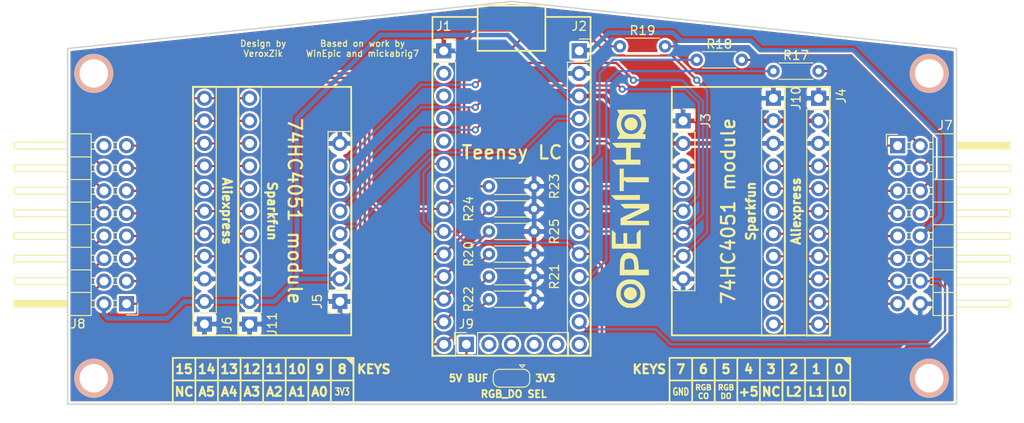
<source format=kicad_pcb>
(kicad_pcb (version 20171130) (host pcbnew "(5.0.0)")
  (layers (0 F.Cu signal) (31 B.Cu signal) (34 B.Paste user) (35 F.Paste user) (36 B.SilkS user) (37 F.SilkS user) (38 B.Mask user) (39 F.Mask user) (44 Edge.Cuts user))
  (net 0 "")
  (net 1 /AIR_5)
  (net 2 /AIR_4)
  (net 3 /AIR_3)
  (net 4 /AIR_2)
  (net 5 /AIR_1)
  (net 6 /AIR_0)
  (net 7 /LED_2)
  (net 8 /LED_1)
  (net 9 GND)
  (net 10 /LED_0)
  (net 11 +5V)
  (net 12 /MUX_0)
  (net 13 /MUX_1)
  (net 14 /MUX_2)
  (net 15 /KEY_7)
  (net 16 /KEY_6)
  (net 17 /KEY_5)
  (net 18 /KEY_4)
  (net 19 /KEY_3)
  (net 20 /KEY_2)
  (net 21 /KEY_1)
  (net 22 /KEY_0)
  (net 23 /KEY_8)
  (net 24 /KEY_9)
  (net 25 /KEY_10)
  (net 26 /KEY_11)
  (net 27 /KEY_12)
  (net 28 /KEY_13)
  (net 29 /KEY_14)
  (net 30 /KEY_15)
  (net 31 /RGB_DO)
  (net 32 /RGB_CO)
  (net 33 /LED_2_OUT)
  (net 34 /LED_1_OUT)
  (net 35 /LED_0_OUT)
  (net 36 +3V3)
  (net 37 /TOUCH_1)
  (net 38 /TOUCH_0)
  (net 39 "Net-(J1-Pad2)")
  (net 40 "Net-(J1-Pad3)")
  (net 41 "Net-(J1-Pad4)")
  (net 42 "Net-(J1-Pad5)")
  (net 43 "Net-(J2-Pad14)")
  (net 44 "Net-(J2-Pad12)")
  (net 45 "Net-(J7-Pad8)")
  (net 46 /RGB_DO_BUF)
  (net 47 /RGB_DO_OUT)
  (net 48 "Net-(J9-Pad2)")
  (net 49 "Net-(J9-Pad3)")
  (net 50 "Net-(J9-Pad4)")
  (net 51 "Net-(J9-Pad5)")
  (net 52 "Net-(J8-Pad16)")
  (module LOGO (layer F.Cu) (at 168.275 66.04 90)
    (fp_text reference G*** hide)
    (fp_text value LOGO hide)
  )
  (module Mounting_Holes:MountingHole_3.2mm_M3 (layer F.Cu) (at 201.93 85.09)
    (fp_text reference MH2 hide)
    (fp_text value MountingHole)
    (pad 1 np_thru_hole circle (at 0 0) (size 3.2 3.2) (drill 3.2) (layers *.Cu *.Mask))
  )
  (module Mounting_Holes:MountingHole_3.2mm_M3 (layer F.Cu) (at 201.93 50.8)
    (fp_text reference MH3 hide)
    (fp_text value MountingHole)
    (pad 1 np_thru_hole circle (at 0 0) (size 3.2 3.2) (drill 3.2) (layers *.Cu *.Mask))
  )
  (module Mounting_Holes:MountingHole_3.2mm_M3 (layer F.Cu) (at 107.95 85.09)
    (fp_text reference MH4 hide)
    (fp_text value MountingHole)
    (pad 1 np_thru_hole circle (at 0 0) (size 3.2 3.2) (drill 3.2) (layers *.Cu *.Mask))
  )
  (module Mounting_Holes:MountingHole_3.2mm_M3 (layer F.Cu) (at 107.95 50.8)
    (fp_text reference MH1 hide)
    (fp_text value MountingHole)
    (pad 1 np_thru_hole circle (at 0 0) (size 3.2 3.2) (drill 3.2) (layers *.Cu *.Mask))
  )
  (module Connector_PinSocket_2.54mm:PinSocket_1x11_P2.54mm_Vertical (layer F.Cu) (at 125.476 78.994 180)
    (fp_text reference J11 (at -2.54 0 -90) (layer F.SilkS))
    (fp_text value Conn_01x11)
    (pad 1 thru_hole rect (at 0 0 180) (size 1.7 1.7) (drill 1) (layers *.Cu *.Mask) (net 9 GND))
    (pad 2 thru_hole oval (at 0 2.54 180) (size 1.7 1.7) (drill 1) (layers *.Cu *.Mask) (net 36 +3V3))
    (pad 3 thru_hole oval (at 0 5.08 180) (size 1.7 1.7) (drill 1) (layers *.Cu *.Mask) (net 9 GND))
    (pad 4 thru_hole oval (at 0 7.62 180) (size 1.7 1.7) (drill 1) (layers *.Cu *.Mask) (net 23 /KEY_8))
    (pad 5 thru_hole oval (at 0 10.16 180) (size 1.7 1.7) (drill 1) (layers *.Cu *.Mask) (net 24 /KEY_9))
    (pad 6 thru_hole oval (at 0 12.7 180) (size 1.7 1.7) (drill 1) (layers *.Cu *.Mask) (net 25 /KEY_10))
    (pad 7 thru_hole oval (at 0 15.24 180) (size 1.7 1.7) (drill 1) (layers *.Cu *.Mask) (net 26 /KEY_11))
    (pad 8 thru_hole oval (at 0 17.78 180) (size 1.7 1.7) (drill 1) (layers *.Cu *.Mask) (net 27 /KEY_12))
    (pad 9 thru_hole oval (at 0 20.32 180) (size 1.7 1.7) (drill 1) (layers *.Cu *.Mask) (net 28 /KEY_13))
    (pad 10 thru_hole oval (at 0 22.86 180) (size 1.7 1.7) (drill 1) (layers *.Cu *.Mask) (net 29 /KEY_14))
    (pad 11 thru_hole oval (at 0 25.4 180) (size 1.7 1.7) (drill 1) (layers *.Cu *.Mask) (net 30 /KEY_15))
  )
  (module Connector_PinSocket_2.54mm:PinSocket_1x11_P2.54mm_Vertical (layer F.Cu) (at 184.404 53.594)
    (fp_text reference J10 (at 2.54 0 -90) (layer F.SilkS))
    (fp_text value Conn_01x11)
    (pad 11 thru_hole oval (at 0 25.4) (size 1.7 1.7) (drill 1) (layers *.Cu *.Mask) (net 15 /KEY_7))
    (pad 10 thru_hole oval (at 0 22.86) (size 1.7 1.7) (drill 1) (layers *.Cu *.Mask) (net 16 /KEY_6))
    (pad 9 thru_hole oval (at 0 20.32) (size 1.7 1.7) (drill 1) (layers *.Cu *.Mask) (net 17 /KEY_5))
    (pad 8 thru_hole oval (at 0 17.78) (size 1.7 1.7) (drill 1) (layers *.Cu *.Mask) (net 18 /KEY_4))
    (pad 7 thru_hole oval (at 0 15.24) (size 1.7 1.7) (drill 1) (layers *.Cu *.Mask) (net 19 /KEY_3))
    (pad 6 thru_hole oval (at 0 12.7) (size 1.7 1.7) (drill 1) (layers *.Cu *.Mask) (net 20 /KEY_2))
    (pad 5 thru_hole oval (at 0 10.16) (size 1.7 1.7) (drill 1) (layers *.Cu *.Mask) (net 21 /KEY_1))
    (pad 4 thru_hole oval (at 0 7.62) (size 1.7 1.7) (drill 1) (layers *.Cu *.Mask) (net 22 /KEY_0))
    (pad 3 thru_hole oval (at 0 5.08) (size 1.7 1.7) (drill 1) (layers *.Cu *.Mask) (net 9 GND))
    (pad 2 thru_hole oval (at 0 2.54) (size 1.7 1.7) (drill 1) (layers *.Cu *.Mask) (net 36 +3V3))
    (pad 1 thru_hole rect (at 0 0) (size 1.7 1.7) (drill 1) (layers *.Cu *.Mask) (net 9 GND))
  )
  (module Connector_PinSocket_2.54mm:PinSocket_1x11_P2.54mm_Vertical (layer F.Cu) (at 120.396 78.994 180)
    (fp_text reference J6 (at -2.54 0 -90) (layer F.SilkS))
    (fp_text value Conn_01x11)
    (pad 1 thru_hole rect (at 0 0 180) (size 1.7 1.7) (drill 1) (layers *.Cu *.Mask) (net 9 GND))
    (pad 2 thru_hole oval (at 0 2.54 180) (size 1.7 1.7) (drill 1) (layers *.Cu *.Mask) (net 36 +3V3))
    (pad 3 thru_hole oval (at 0 5.08 180) (size 1.7 1.7) (drill 1) (layers *.Cu *.Mask) (net 9 GND))
    (pad 4 thru_hole oval (at 0 7.62 180) (size 1.7 1.7) (drill 1) (layers *.Cu *.Mask) (net 23 /KEY_8))
    (pad 5 thru_hole oval (at 0 10.16 180) (size 1.7 1.7) (drill 1) (layers *.Cu *.Mask) (net 24 /KEY_9))
    (pad 6 thru_hole oval (at 0 12.7 180) (size 1.7 1.7) (drill 1) (layers *.Cu *.Mask) (net 25 /KEY_10))
    (pad 7 thru_hole oval (at 0 15.24 180) (size 1.7 1.7) (drill 1) (layers *.Cu *.Mask) (net 26 /KEY_11))
    (pad 8 thru_hole oval (at 0 17.78 180) (size 1.7 1.7) (drill 1) (layers *.Cu *.Mask) (net 27 /KEY_12))
    (pad 9 thru_hole oval (at 0 20.32 180) (size 1.7 1.7) (drill 1) (layers *.Cu *.Mask) (net 28 /KEY_13))
    (pad 10 thru_hole oval (at 0 22.86 180) (size 1.7 1.7) (drill 1) (layers *.Cu *.Mask) (net 29 /KEY_14))
    (pad 11 thru_hole oval (at 0 25.4 180) (size 1.7 1.7) (drill 1) (layers *.Cu *.Mask) (net 30 /KEY_15))
  )
  (module Connector_PinSocket_2.54mm:PinSocket_1x08_P2.54mm_Vertical (layer F.Cu) (at 135.636 76.454 180)
    (fp_text reference J5 (at 2.54 0 -90) (layer F.SilkS))
    (fp_text value Conn_01x08)
    (pad 1 thru_hole rect (at 0 0 180) (size 1.7 1.7) (drill 1) (layers *.Cu *.Mask) (net 9 GND))
    (pad 2 thru_hole oval (at 0 2.54 180) (size 1.7 1.7) (drill 1) (layers *.Cu *.Mask) (net 36 +3V3))
    (pad 3 thru_hole oval (at 0 5.08 180) (size 1.7 1.7) (drill 1) (layers *.Cu *.Mask) (net 9 GND))
    (pad 4 thru_hole oval (at 0 7.62 180) (size 1.7 1.7) (drill 1) (layers *.Cu *.Mask) (net 37 /TOUCH_1))
    (pad 5 thru_hole oval (at 0 10.16 180) (size 1.7 1.7) (drill 1) (layers *.Cu *.Mask) (net 12 /MUX_0))
    (pad 6 thru_hole oval (at 0 12.7 180) (size 1.7 1.7) (drill 1) (layers *.Cu *.Mask) (net 13 /MUX_1))
    (pad 7 thru_hole oval (at 0 15.24 180) (size 1.7 1.7) (drill 1) (layers *.Cu *.Mask) (net 14 /MUX_2))
    (pad 8 thru_hole oval (at 0 17.78 180) (size 1.7 1.7) (drill 1) (layers *.Cu *.Mask) (net 9 GND))
  )
  (module Connector_PinSocket_2.54mm:PinSocket_1x05_P2.54mm_Vertical (layer F.Cu) (at 149.86 81.28 90)
    (fp_text reference J9 (at 2.286 0 180) (layer F.SilkS))
    (fp_text value Conn_01x05)
    (pad 1 thru_hole rect (at 0 0 90) (size 1.7 1.7) (drill 1) (layers *.Cu *.Mask) (net 46 /RGB_DO_BUF))
    (pad 2 thru_hole oval (at 0 2.54 90) (size 1.7 1.7) (drill 1) (layers *.Cu *.Mask) (net 48 "Net-(J9-Pad2)"))
    (pad 3 thru_hole oval (at 0 5.08 90) (size 1.7 1.7) (drill 1) (layers *.Cu *.Mask) (net 49 "Net-(J9-Pad3)"))
    (pad 4 thru_hole oval (at 0 7.62 90) (size 1.7 1.7) (drill 1) (layers *.Cu *.Mask) (net 50 "Net-(J9-Pad4)"))
    (pad 5 thru_hole oval (at 0 10.16 90) (size 1.7 1.7) (drill 1) (layers *.Cu *.Mask) (net 51 "Net-(J9-Pad5)"))
  )
  (module Jumper:SolderJumper-3_P1.3mm_Open_RoundedPad1.0x1.5mm (layer F.Cu) (at 154.94 85.09 180)
    (fp_text reference JP1 hide)
    (fp_text value SolderJumper_3_Open)
    (pad 1 smd custom (at -1.3 0 180) (size 1 0.5) (layers F.Cu F.Mask) (net 31 /RGB_DO) (options (clearance outline) (anchor rect)) (primitives (gr_circle (center 0 0.25) (end 0.5 0.25) (width 0)) (gr_circle (center 0 -0.25) (end 0.5 -0.25) (width 0)) (gr_poly (pts (xy 0.55 -0.75) (xy 0 -0.75) (xy 0 0.75) (xy 0.55 0.75)) (width 0))))
    (pad 3 smd custom (at 1.3 0 180) (size 1 0.5) (layers F.Cu F.Mask) (net 46 /RGB_DO_BUF) (options (clearance outline) (anchor rect)) (primitives (gr_circle (center 0 0.25) (end 0.5 0.25) (width 0)) (gr_circle (center 0 -0.25) (end 0.5 -0.25) (width 0)) (gr_poly (pts (xy -0.55 -0.75) (xy 0 -0.75) (xy 0 0.75) (xy -0.55 0.75)) (width 0))))
    (pad 2 smd rect (at 0 0 180) (size 1 1.5) (layers F.Cu F.Mask) (net 47 /RGB_DO_OUT))
  )
  (module Connector_PinHeader_2.54mm:PinHeader_2x08_P2.54mm_Horizontal (layer F.Cu) (at 198.374 58.928)
    (fp_text reference J7 (at 5.334 -2.286) (layer F.SilkS))
    (fp_text value Conn_02x08_Odd_Even)
    (pad 16 thru_hole oval (at 2.54 17.78) (size 1.7 1.7) (drill 1) (layers *.Cu *.Mask) (net 9 GND))
    (pad 15 thru_hole oval (at 0 17.78) (size 1.7 1.7) (drill 1) (layers *.Cu *.Mask) (net 15 /KEY_7))
    (pad 14 thru_hole oval (at 2.54 15.24) (size 1.7 1.7) (drill 1) (layers *.Cu *.Mask) (net 32 /RGB_CO))
    (pad 13 thru_hole oval (at 0 15.24) (size 1.7 1.7) (drill 1) (layers *.Cu *.Mask) (net 16 /KEY_6))
    (pad 12 thru_hole oval (at 2.54 12.7) (size 1.7 1.7) (drill 1) (layers *.Cu *.Mask) (net 47 /RGB_DO_OUT))
    (pad 11 thru_hole oval (at 0 12.7) (size 1.7 1.7) (drill 1) (layers *.Cu *.Mask) (net 17 /KEY_5))
    (pad 10 thru_hole oval (at 2.54 10.16) (size 1.7 1.7) (drill 1) (layers *.Cu *.Mask) (net 11 +5V))
    (pad 9 thru_hole oval (at 0 10.16) (size 1.7 1.7) (drill 1) (layers *.Cu *.Mask) (net 18 /KEY_4))
    (pad 8 thru_hole oval (at 2.54 7.62) (size 1.7 1.7) (drill 1) (layers *.Cu *.Mask) (net 45 "Net-(J7-Pad8)"))
    (pad 7 thru_hole oval (at 0 7.62) (size 1.7 1.7) (drill 1) (layers *.Cu *.Mask) (net 19 /KEY_3))
    (pad 6 thru_hole oval (at 2.54 5.08) (size 1.7 1.7) (drill 1) (layers *.Cu *.Mask) (net 33 /LED_2_OUT))
    (pad 5 thru_hole oval (at 0 5.08) (size 1.7 1.7) (drill 1) (layers *.Cu *.Mask) (net 20 /KEY_2))
    (pad 4 thru_hole oval (at 2.54 2.54) (size 1.7 1.7) (drill 1) (layers *.Cu *.Mask) (net 34 /LED_1_OUT))
    (pad 3 thru_hole oval (at 0 2.54) (size 1.7 1.7) (drill 1) (layers *.Cu *.Mask) (net 21 /KEY_1))
    (pad 2 thru_hole oval (at 2.54 0) (size 1.7 1.7) (drill 1) (layers *.Cu *.Mask) (net 35 /LED_0_OUT))
    (pad 1 thru_hole rect (at 0 0) (size 1.7 1.7) (drill 1) (layers *.Cu *.Mask) (net 22 /KEY_0))
  )
  (module Connector_PinHeader_2.54mm:PinHeader_2x08_P2.54mm_Horizontal (layer F.Cu) (at 111.633 76.708 180)
    (fp_text reference J8 (at 5.461 -2.27 180) (layer F.SilkS))
    (fp_text value Conn_02x08_Odd_Even)
    (pad 1 thru_hole rect (at 0 0 180) (size 1.7 1.7) (drill 1) (layers *.Cu *.Mask) (net 23 /KEY_8))
    (pad 2 thru_hole oval (at 2.54 0 180) (size 1.7 1.7) (drill 1) (layers *.Cu *.Mask) (net 36 +3V3))
    (pad 3 thru_hole oval (at 0 2.54 180) (size 1.7 1.7) (drill 1) (layers *.Cu *.Mask) (net 24 /KEY_9))
    (pad 4 thru_hole oval (at 2.54 2.54 180) (size 1.7 1.7) (drill 1) (layers *.Cu *.Mask) (net 6 /AIR_0))
    (pad 5 thru_hole oval (at 0 5.08 180) (size 1.7 1.7) (drill 1) (layers *.Cu *.Mask) (net 25 /KEY_10))
    (pad 6 thru_hole oval (at 2.54 5.08 180) (size 1.7 1.7) (drill 1) (layers *.Cu *.Mask) (net 5 /AIR_1))
    (pad 7 thru_hole oval (at 0 7.62 180) (size 1.7 1.7) (drill 1) (layers *.Cu *.Mask) (net 26 /KEY_11))
    (pad 8 thru_hole oval (at 2.54 7.62 180) (size 1.7 1.7) (drill 1) (layers *.Cu *.Mask) (net 4 /AIR_2))
    (pad 9 thru_hole oval (at 0 10.16 180) (size 1.7 1.7) (drill 1) (layers *.Cu *.Mask) (net 27 /KEY_12))
    (pad 10 thru_hole oval (at 2.54 10.16 180) (size 1.7 1.7) (drill 1) (layers *.Cu *.Mask) (net 3 /AIR_3))
    (pad 11 thru_hole oval (at 0 12.7 180) (size 1.7 1.7) (drill 1) (layers *.Cu *.Mask) (net 28 /KEY_13))
    (pad 12 thru_hole oval (at 2.54 12.7 180) (size 1.7 1.7) (drill 1) (layers *.Cu *.Mask) (net 2 /AIR_4))
    (pad 13 thru_hole oval (at 0 15.24 180) (size 1.7 1.7) (drill 1) (layers *.Cu *.Mask) (net 29 /KEY_14))
    (pad 14 thru_hole oval (at 2.54 15.24 180) (size 1.7 1.7) (drill 1) (layers *.Cu *.Mask) (net 1 /AIR_5))
    (pad 15 thru_hole oval (at 0 17.78 180) (size 1.7 1.7) (drill 1) (layers *.Cu *.Mask) (net 30 /KEY_15))
    (pad 16 thru_hole oval (at 2.54 17.78 180) (size 1.7 1.7) (drill 1) (layers *.Cu *.Mask) (net 52 "Net-(J8-Pad16)"))
  )
  (module Connector_PinSocket_2.54mm:PinSocket_1x14_P2.54mm_Vertical (layer F.Cu) (at 162.56 48.26)
    (fp_text reference J2 (at 0 -2.77) (layer F.SilkS))
    (fp_text value Conn_01x14)
    (pad 14 thru_hole oval (at 0 33.02) (size 1.7 1.7) (drill 1) (layers *.Cu *.Mask) (net 43 "Net-(J2-Pad14)"))
    (pad 13 thru_hole oval (at 0 30.48) (size 1.7 1.7) (drill 1) (layers *.Cu *.Mask) (net 32 /RGB_CO))
    (pad 12 thru_hole oval (at 0 27.94) (size 1.7 1.7) (drill 1) (layers *.Cu *.Mask) (net 44 "Net-(J2-Pad12)"))
    (pad 11 thru_hole oval (at 0 25.4) (size 1.7 1.7) (drill 1) (layers *.Cu *.Mask) (net 10 /LED_0))
    (pad 10 thru_hole oval (at 0 22.86) (size 1.7 1.7) (drill 1) (layers *.Cu *.Mask) (net 31 /RGB_DO))
    (pad 9 thru_hole oval (at 0 20.32) (size 1.7 1.7) (drill 1) (layers *.Cu *.Mask) (net 14 /MUX_2))
    (pad 8 thru_hole oval (at 0 17.78) (size 1.7 1.7) (drill 1) (layers *.Cu *.Mask) (net 13 /MUX_1))
    (pad 7 thru_hole oval (at 0 15.24) (size 1.7 1.7) (drill 1) (layers *.Cu *.Mask) (net 12 /MUX_0))
    (pad 6 thru_hole oval (at 0 12.7) (size 1.7 1.7) (drill 1) (layers *.Cu *.Mask) (net 8 /LED_1))
    (pad 5 thru_hole oval (at 0 10.16) (size 1.7 1.7) (drill 1) (layers *.Cu *.Mask) (net 38 /TOUCH_0))
    (pad 4 thru_hole oval (at 0 7.62) (size 1.7 1.7) (drill 1) (layers *.Cu *.Mask) (net 37 /TOUCH_1))
    (pad 3 thru_hole oval (at 0 5.08) (size 1.7 1.7) (drill 1) (layers *.Cu *.Mask) (net 36 +3V3))
    (pad 2 thru_hole oval (at 0 2.54) (size 1.7 1.7) (drill 1) (layers *.Cu *.Mask) (net 9 GND))
    (pad 1 thru_hole rect (at 0 0) (size 1.7 1.7) (drill 1) (layers *.Cu *.Mask) (net 11 +5V))
  )
  (module Connector_PinSocket_2.54mm:PinSocket_1x14_P2.54mm_Vertical (layer F.Cu) (at 147.32 48.26)
    (fp_text reference J1 (at 0 -2.77) (layer F.SilkS))
    (fp_text value Conn_01x14)
    (pad 1 thru_hole rect (at 0 0) (size 1.7 1.7) (drill 1) (layers *.Cu *.Mask) (net 9 GND))
    (pad 2 thru_hole oval (at 0 2.54) (size 1.7 1.7) (drill 1) (layers *.Cu *.Mask) (net 39 "Net-(J1-Pad2)"))
    (pad 3 thru_hole oval (at 0 5.08) (size 1.7 1.7) (drill 1) (layers *.Cu *.Mask) (net 40 "Net-(J1-Pad3)"))
    (pad 4 thru_hole oval (at 0 7.62) (size 1.7 1.7) (drill 1) (layers *.Cu *.Mask) (net 41 "Net-(J1-Pad4)"))
    (pad 5 thru_hole oval (at 0 10.16) (size 1.7 1.7) (drill 1) (layers *.Cu *.Mask) (net 42 "Net-(J1-Pad5)"))
    (pad 6 thru_hole oval (at 0 12.7) (size 1.7 1.7) (drill 1) (layers *.Cu *.Mask) (net 31 /RGB_DO))
    (pad 7 thru_hole oval (at 0 15.24) (size 1.7 1.7) (drill 1) (layers *.Cu *.Mask) (net 7 /LED_2))
    (pad 8 thru_hole oval (at 0 17.78) (size 1.7 1.7) (drill 1) (layers *.Cu *.Mask) (net 3 /AIR_3))
    (pad 9 thru_hole oval (at 0 20.32) (size 1.7 1.7) (drill 1) (layers *.Cu *.Mask) (net 31 /RGB_DO))
    (pad 10 thru_hole oval (at 0 22.86) (size 1.7 1.7) (drill 1) (layers *.Cu *.Mask) (net 2 /AIR_4))
    (pad 11 thru_hole oval (at 0 25.4) (size 1.7 1.7) (drill 1) (layers *.Cu *.Mask) (net 1 /AIR_5))
    (pad 12 thru_hole oval (at 0 27.94) (size 1.7 1.7) (drill 1) (layers *.Cu *.Mask) (net 6 /AIR_0))
    (pad 13 thru_hole oval (at 0 30.48) (size 1.7 1.7) (drill 1) (layers *.Cu *.Mask) (net 5 /AIR_1))
    (pad 14 thru_hole oval (at 0 33.02) (size 1.7 1.7) (drill 1) (layers *.Cu *.Mask) (net 4 /AIR_2))
  )
  (module Connector_PinSocket_2.54mm:PinSocket_1x08_P2.54mm_Vertical (layer F.Cu) (at 174.244 56.134)
    (fp_text reference J3 (at 2.54 0 -270) (layer F.SilkS))
    (fp_text value Conn_01x08)
    (pad 8 thru_hole oval (at 0 17.78) (size 1.7 1.7) (drill 1) (layers *.Cu *.Mask) (net 9 GND))
    (pad 7 thru_hole oval (at 0 15.24) (size 1.7 1.7) (drill 1) (layers *.Cu *.Mask) (net 14 /MUX_2))
    (pad 6 thru_hole oval (at 0 12.7) (size 1.7 1.7) (drill 1) (layers *.Cu *.Mask) (net 13 /MUX_1))
    (pad 5 thru_hole oval (at 0 10.16) (size 1.7 1.7) (drill 1) (layers *.Cu *.Mask) (net 12 /MUX_0))
    (pad 4 thru_hole oval (at 0 7.62) (size 1.7 1.7) (drill 1) (layers *.Cu *.Mask) (net 38 /TOUCH_0))
    (pad 3 thru_hole oval (at 0 5.08) (size 1.7 1.7) (drill 1) (layers *.Cu *.Mask) (net 9 GND))
    (pad 2 thru_hole oval (at 0 2.54) (size 1.7 1.7) (drill 1) (layers *.Cu *.Mask) (net 36 +3V3))
    (pad 1 thru_hole rect (at 0 0) (size 1.7 1.7) (drill 1) (layers *.Cu *.Mask) (net 9 GND))
  )
  (module Connector_PinSocket_2.54mm:PinSocket_1x11_P2.54mm_Vertical (layer F.Cu) (at 189.484 53.594)
    (fp_text reference J4 (at 2.54 -0.254 -270) (layer F.SilkS))
    (fp_text value Conn_01x11)
    (pad 11 thru_hole oval (at 0 25.4) (size 1.7 1.7) (drill 1) (layers *.Cu *.Mask) (net 15 /KEY_7))
    (pad 10 thru_hole oval (at 0 22.86) (size 1.7 1.7) (drill 1) (layers *.Cu *.Mask) (net 16 /KEY_6))
    (pad 9 thru_hole oval (at 0 20.32) (size 1.7 1.7) (drill 1) (layers *.Cu *.Mask) (net 17 /KEY_5))
    (pad 8 thru_hole oval (at 0 17.78) (size 1.7 1.7) (drill 1) (layers *.Cu *.Mask) (net 18 /KEY_4))
    (pad 7 thru_hole oval (at 0 15.24) (size 1.7 1.7) (drill 1) (layers *.Cu *.Mask) (net 19 /KEY_3))
    (pad 6 thru_hole oval (at 0 12.7) (size 1.7 1.7) (drill 1) (layers *.Cu *.Mask) (net 20 /KEY_2))
    (pad 5 thru_hole oval (at 0 10.16) (size 1.7 1.7) (drill 1) (layers *.Cu *.Mask) (net 21 /KEY_1))
    (pad 4 thru_hole oval (at 0 7.62) (size 1.7 1.7) (drill 1) (layers *.Cu *.Mask) (net 22 /KEY_0))
    (pad 3 thru_hole oval (at 0 5.08) (size 1.7 1.7) (drill 1) (layers *.Cu *.Mask) (net 9 GND))
    (pad 2 thru_hole oval (at 0 2.54) (size 1.7 1.7) (drill 1) (layers *.Cu *.Mask) (net 36 +3V3))
    (pad 1 thru_hole rect (at 0 0) (size 1.7 1.7) (drill 1) (layers *.Cu *.Mask) (net 9 GND))
  )
  (module Resistor_THT:R_Axial_DIN0204_L3.6mm_D1.6mm_P5.08mm_Horizontal (layer F.Cu) (at 189.484 50.546 180)
    (fp_text reference R17 (at 2.54 1.778) (layer F.SilkS))
    (fp_text value 100)
    (pad 1 thru_hole circle (at 0 0 180) (size 1.4 1.4) (drill 0.7) (layers *.Cu *.Mask) (net 35 /LED_0_OUT))
    (pad 2 thru_hole oval (at 5.08 0 180) (size 1.4 1.4) (drill 0.7) (layers *.Cu *.Mask) (net 10 /LED_0))
  )
  (module Resistor_THT:R_Axial_DIN0204_L3.6mm_D1.6mm_P5.08mm_Horizontal (layer F.Cu) (at 180.848 49.276 180)
    (fp_text reference R18 (at 2.54 1.778) (layer F.SilkS))
    (fp_text value 100)
    (pad 2 thru_hole oval (at 5.08 0 180) (size 1.4 1.4) (drill 0.7) (layers *.Cu *.Mask) (net 8 /LED_1))
    (pad 1 thru_hole circle (at 0 0 180) (size 1.4 1.4) (drill 0.7) (layers *.Cu *.Mask) (net 34 /LED_1_OUT))
  )
  (module Resistor_THT:R_Axial_DIN0204_L3.6mm_D1.6mm_P5.08mm_Horizontal (layer F.Cu) (at 172.212 47.752 180)
    (fp_text reference R19 (at 2.54 1.778) (layer F.SilkS))
    (fp_text value 100)
    (pad 1 thru_hole circle (at 0 0 180) (size 1.4 1.4) (drill 0.7) (layers *.Cu *.Mask) (net 33 /LED_2_OUT))
    (pad 2 thru_hole oval (at 5.08 0 180) (size 1.4 1.4) (drill 0.7) (layers *.Cu *.Mask) (net 7 /LED_2))
  )
  (module Resistor_THT:R_Axial_DIN0204_L3.6mm_D1.6mm_P5.08mm_Horizontal (layer F.Cu) (at 152.4 71.12)
    (fp_text reference R20 (at -2.286 0 90) (layer F.SilkS))
    (fp_text value 10k)
    (pad 2 thru_hole oval (at 5.08 0) (size 1.4 1.4) (drill 0.7) (layers *.Cu *.Mask) (net 9 GND))
    (pad 1 thru_hole circle (at 0 0) (size 1.4 1.4) (drill 0.7) (layers *.Cu *.Mask) (net 6 /AIR_0))
  )
  (module Resistor_THT:R_Axial_DIN0204_L3.6mm_D1.6mm_P5.08mm_Horizontal (layer F.Cu) (at 152.4 73.66)
    (fp_text reference R21 (at 7.366 0 -90) (layer F.SilkS))
    (fp_text value 10k)
    (pad 2 thru_hole oval (at 5.08 0) (size 1.4 1.4) (drill 0.7) (layers *.Cu *.Mask) (net 9 GND))
    (pad 1 thru_hole circle (at 0 0) (size 1.4 1.4) (drill 0.7) (layers *.Cu *.Mask) (net 5 /AIR_1))
  )
  (module Resistor_THT:R_Axial_DIN0204_L3.6mm_D1.6mm_P5.08mm_Horizontal (layer F.Cu) (at 152.4 76.2)
    (fp_text reference R22 (at -2.286 0 90) (layer F.SilkS))
    (fp_text value 10k)
    (pad 1 thru_hole circle (at 0 0) (size 1.4 1.4) (drill 0.7) (layers *.Cu *.Mask) (net 4 /AIR_2))
    (pad 2 thru_hole oval (at 5.08 0) (size 1.4 1.4) (drill 0.7) (layers *.Cu *.Mask) (net 9 GND))
  )
  (module Resistor_THT:R_Axial_DIN0204_L3.6mm_D1.6mm_P5.08mm_Horizontal (layer F.Cu) (at 152.4 63.5)
    (fp_text reference R23 (at 7.366 0 -90) (layer F.SilkS))
    (fp_text value 10k)
    (pad 2 thru_hole oval (at 5.08 0) (size 1.4 1.4) (drill 0.7) (layers *.Cu *.Mask) (net 9 GND))
    (pad 1 thru_hole circle (at 0 0) (size 1.4 1.4) (drill 0.7) (layers *.Cu *.Mask) (net 3 /AIR_3))
  )
  (module Resistor_THT:R_Axial_DIN0204_L3.6mm_D1.6mm_P5.08mm_Horizontal (layer F.Cu) (at 152.4 66.04)
    (fp_text reference R24 (at -2.286 0 90) (layer F.SilkS))
    (fp_text value 10k)
    (pad 1 thru_hole circle (at 0 0) (size 1.4 1.4) (drill 0.7) (layers *.Cu *.Mask) (net 2 /AIR_4))
    (pad 2 thru_hole oval (at 5.08 0) (size 1.4 1.4) (drill 0.7) (layers *.Cu *.Mask) (net 9 GND))
  )
  (module Resistor_THT:R_Axial_DIN0204_L3.6mm_D1.6mm_P5.08mm_Horizontal (layer F.Cu) (at 152.4 68.58)
    (fp_text reference R25 (at 7.366 0 -90) (layer F.SilkS))
    (fp_text value 10k)
    (pad 2 thru_hole oval (at 5.08 0) (size 1.4 1.4) (drill 0.7) (layers *.Cu *.Mask) (net 9 GND))
    (pad 1 thru_hole circle (at 0 0) (size 1.4 1.4) (drill 0.7) (layers *.Cu *.Mask) (net 1 /AIR_5))
  )
  (gr_text "RGB_DO SEL" (at 155.194 86.868) (layer F.SilkS) (effects (font (size 0.8 0.8) (thickness 0.2))))
  (gr_text NC (at 118.11 86.614) (layer F.SilkS) (effects (font (size 1 1) (thickness 0.25))))
  (gr_text NC (at 184.15 86.614) (layer F.SilkS) (effects (font (size 1 1) (thickness 0.25))))
  (gr_text A5 (at 120.65 86.614) (layer F.SilkS) (effects (font (size 1 1) (thickness 0.25))))
  (gr_text A4 (at 123.19 86.614) (layer F.SilkS) (effects (font (size 1 1) (thickness 0.25))))
  (gr_text A3 (at 125.73 86.614) (layer F.SilkS) (effects (font (size 1 1) (thickness 0.25))))
  (gr_text A2 (at 128.27 86.614) (layer F.SilkS) (effects (font (size 1 1) (thickness 0.25))))
  (gr_text A1 (at 130.81 86.614) (layer F.SilkS) (effects (font (size 1 1) (thickness 0.25))))
  (gr_text 3V3 (at 135.89 86.614) (layer F.SilkS) (effects (font (size 0.8 0.6))))
  (gr_text 8 (at 135.89 84.074) (layer F.SilkS) (effects (font (size 1 1) (thickness 0.25))))
  (gr_text 15 (at 118.11 84.074) (layer F.SilkS) (effects (font (size 1 1) (thickness 0.25))))
  (gr_text 13 (at 123.19 84.074) (layer F.SilkS) (effects (font (size 1 1) (thickness 0.25))))
  (gr_text 11 (at 128.27 84.074) (layer F.SilkS) (effects (font (size 1 1) (thickness 0.25))))
  (gr_text KEYS (at 139.446 84.074) (layer F.SilkS) (effects (font (size 1 1) (thickness 0.25))))
  (gr_text 12 (at 125.73 84.074) (layer F.SilkS) (effects (font (size 1 1) (thickness 0.25))))
  (gr_text 10 (at 130.81 84.074) (layer F.SilkS) (effects (font (size 1 1) (thickness 0.25))))
  (gr_text 9 (at 133.35 84.074) (layer F.SilkS) (effects (font (size 1 1) (thickness 0.25))))
  (gr_text A0 (at 133.35 86.614) (layer F.SilkS) (effects (font (size 1 1) (thickness 0.25))))
  (gr_text 14 (at 120.65 84.074) (layer F.SilkS) (effects (font (size 1 1) (thickness 0.25))))
  (gr_line (start 116.84 82.804) (end 137.16 82.804) (layer F.SilkS) (width 0.2))
  (gr_line (start 116.84 87.884) (end 116.84 82.804) (layer F.SilkS) (width 0.2))
  (gr_line (start 137.16 87.884) (end 137.16 82.804) (layer F.SilkS) (width 0.2))
  (gr_line (start 121.92 87.884) (end 121.92 82.804) (layer F.SilkS) (width 0.2))
  (gr_line (start 124.46 87.884) (end 124.46 82.804) (layer F.SilkS) (width 0.2))
  (gr_line (start 116.84 85.344) (end 137.16 85.344) (layer F.SilkS) (width 0.2))
  (gr_line (start 129.54 82.804) (end 129.54 87.884) (layer F.SilkS) (width 0.2))
  (gr_line (start 134.62 82.804) (end 134.62 87.884) (layer F.SilkS) (width 0.2))
  (gr_line (start 127 87.884) (end 127 82.804) (layer F.SilkS) (width 0.2))
  (gr_line (start 132.08 87.884) (end 132.08 82.804) (layer F.SilkS) (width 0.2))
  (gr_line (start 119.38 87.884) (end 119.38 82.804) (layer F.SilkS) (width 0.2))
  (gr_line (start 137.16 83.312) (end 136.906 82.804) (layer F.SilkS) (width 0.2))
  (gr_line (start 137.16 83.566) (end 136.652 82.804) (layer F.SilkS) (width 0.2))
  (gr_line (start 136.398 82.804) (end 137.16 83.566) (layer F.SilkS) (width 0.2))
  (gr_line (start 136.652 82.804) (end 137.16 83.312) (layer F.SilkS) (width 0.2))
  (gr_text "RGB\nDO" (at 179.07 86.614) (layer F.SilkS) (effects (font (size 0.6 0.6))))
  (gr_text "RGB\nCO" (at 176.53 86.614) (layer F.SilkS) (effects (font (size 0.6 0.6))))
  (gr_text GND (at 173.99 86.614) (layer F.SilkS) (effects (font (size 0.8 0.6))))
  (gr_text +5 (at 181.61 86.614) (layer F.SilkS) (effects (font (size 1 1) (thickness 0.25))))
  (gr_text L2 (at 186.69 86.614) (layer F.SilkS) (effects (font (size 1 1) (thickness 0.25))))
  (gr_text L1 (at 189.23 86.614) (layer F.SilkS) (effects (font (size 1 1) (thickness 0.25))))
  (gr_text L0 (at 191.77 86.614) (layer F.SilkS) (effects (font (size 1 1) (thickness 0.25))))
  (gr_line (start 193.04 83.312) (end 192.786 82.804) (layer F.SilkS) (width 0.2))
  (gr_line (start 192.532 82.804) (end 193.04 83.312) (layer F.SilkS) (width 0.2))
  (gr_line (start 193.04 83.566) (end 192.532 82.804) (layer F.SilkS) (width 0.2))
  (gr_line (start 192.278 82.804) (end 193.04 83.566) (layer F.SilkS) (width 0.2))
  (gr_text 7 (at 173.99 84.074) (layer F.SilkS) (effects (font (size 1 1) (thickness 0.25))))
  (gr_text 6 (at 176.53 84.074) (layer F.SilkS) (effects (font (size 1 1) (thickness 0.25))))
  (gr_text 5 (at 179.07 84.074) (layer F.SilkS) (effects (font (size 1 1) (thickness 0.25))))
  (gr_text 4 (at 181.61 84.074) (layer F.SilkS) (effects (font (size 1 1) (thickness 0.25))))
  (gr_text 3 (at 184.15 84.074) (layer F.SilkS) (effects (font (size 1 1) (thickness 0.25))))
  (gr_text 2 (at 186.69 84.074) (layer F.SilkS) (effects (font (size 1 1) (thickness 0.25))))
  (gr_text 1 (at 189.23 84.074) (layer F.SilkS) (effects (font (size 1 1) (thickness 0.25))))
  (gr_text 0 (at 191.77 84.074) (layer F.SilkS) (effects (font (size 1 1) (thickness 0.25))))
  (gr_line (start 175.26 87.884) (end 175.26 82.804) (layer F.SilkS) (width 0.2))
  (gr_line (start 177.8 87.884) (end 177.8 82.804) (layer F.SilkS) (width 0.2))
  (gr_line (start 180.34 87.884) (end 180.34 82.804) (layer F.SilkS) (width 0.2))
  (gr_line (start 182.88 87.884) (end 182.88 82.804) (layer F.SilkS) (width 0.2))
  (gr_line (start 185.42 82.804) (end 185.42 87.884) (layer F.SilkS) (width 0.2))
  (gr_line (start 187.96 87.884) (end 187.96 82.804) (layer F.SilkS) (width 0.2))
  (gr_line (start 190.5 82.804) (end 190.5 87.884) (layer F.SilkS) (width 0.2))
  (gr_line (start 172.72 85.344) (end 193.04 85.344) (layer F.SilkS) (width 0.2))
  (gr_text "5V BUF" (at 150.114 85.09) (layer F.SilkS) (effects (font (size 0.8 0.8) (thickness 0.2))))
  (gr_text 3V3 (at 158.75 85.09) (layer F.SilkS) (effects (font (size 0.8 0.8) (thickness 0.2))))
  (gr_line (start 119.126 80.264) (end 119.126 52.324) (layer F.SilkS) (width 0.2))
  (gr_line (start 119.126 52.324) (end 136.906 52.324) (layer F.SilkS) (width 0.2))
  (gr_line (start 124.206 52.324) (end 124.206 80.264) (layer F.SilkS) (width 0.2))
  (gr_line (start 136.906 52.324) (end 136.906 80.264) (layer F.SilkS) (width 0.2))
  (gr_line (start 136.906 80.264) (end 119.126 80.264) (layer F.SilkS) (width 0.2))
  (gr_line (start 124.206 80.264) (end 124.206 52.324) (layer F.SilkS) (width 0.2))
  (gr_text "74HC4051 module" (at 130.556 66.294 270) (layer F.SilkS) (effects (font (size 1.5 1.5) (thickness 0.25))))
  (gr_text Aliexpress (at 122.936 66.294 270) (layer F.SilkS) (effects (font (size 1 1) (thickness 0.25))))
  (gr_text Sparkfun (at 128.016 66.294 270) (layer F.SilkS) (effects (font (size 1 1) (thickness 0.25))))
  (gr_text "Based on work by\nWinEpic and mickabrig7" (at 138.176 48.006) (layer F.SilkS) (effects (font (size 0.7 0.7) (thickness 0.125))))
  (gr_circle (center 201.93 50.8) (end 203.63 50.8) (layer B.SilkS) (width 1))
  (gr_circle (center 201.93 85.09) (end 203.63 85.09) (layer B.SilkS) (width 1))
  (gr_circle (center 107.95 85.09) (end 109.65 85.09) (layer B.SilkS) (width 1))
  (gr_circle (center 107.95 50.8) (end 109.65 50.8) (layer B.SilkS) (width 1))
  (gr_text "Design by\nVeroxZik" (at 127 48.006) (layer F.SilkS) (effects (font (size 0.7 0.7) (thickness 0.125))))
  (gr_circle (center 107.95 50.8) (end 109.65 50.8) (layer F.SilkS) (width 1))
  (gr_circle (center 107.95 85.09) (end 109.65 85.09) (layer F.SilkS) (width 1))
  (gr_circle (center 201.93 85.09) (end 203.63 85.09) (layer F.SilkS) (width 1))
  (gr_circle (center 201.93 50.8) (end 203.63 50.8) (layer F.SilkS) (width 1))
  (gr_text KEYS (at 170.434 84.074) (layer F.SilkS) (effects (font (size 1 1) (thickness 0.25))))
  (gr_line (start 172.72 87.884) (end 172.72 82.804) (layer F.SilkS) (width 0.2))
  (gr_line (start 193.04 87.884) (end 193.04 82.804) (layer F.SilkS) (width 0.2))
  (gr_line (start 172.72 82.804) (end 193.04 82.804) (layer F.SilkS) (width 0.2))
  (gr_text Aliexpress (at 186.944 66.294 90) (layer F.SilkS) (effects (font (size 1 1) (thickness 0.25))))
  (gr_text Sparkfun (at 181.864 66.294 90) (layer F.SilkS) (effects (font (size 1 1) (thickness 0.25))))
  (gr_line (start 185.674 52.324) (end 185.674 80.264) (layer F.SilkS) (width 0.2))
  (gr_line (start 190.754 80.264) (end 172.974 80.264) (layer F.SilkS) (width 0.2))
  (gr_line (start 190.754 52.324) (end 190.754 80.264) (layer F.SilkS) (width 0.2))
  (gr_line (start 172.974 52.324) (end 190.754 52.324) (layer F.SilkS) (width 0.2))
  (gr_line (start 172.974 80.264) (end 172.974 52.324) (layer F.SilkS) (width 0.2))
  (gr_line (start 158.75 44.45) (end 163.83 44.45) (layer F.SilkS) (width 0.2))
  (gr_line (start 146.05 44.45) (end 151.13 44.45) (layer F.SilkS) (width 0.2))
  (gr_line (start 158.75 48.26) (end 158.75 43.18) (layer F.SilkS) (width 0.2))
  (gr_line (start 151.13 48.26) (end 158.75 48.26) (layer F.SilkS) (width 0.2))
  (gr_line (start 151.13 43.18) (end 151.13 48.26) (layer F.SilkS) (width 0.2))
  (gr_line (start 151.13 43.18) (end 158.75 43.18) (layer F.SilkS) (width 0.2))
  (gr_line (start 146.05 44.45) (end 146.05 82.55) (layer F.SilkS) (width 0.2))
  (gr_line (start 163.83 82.55) (end 163.83 44.45) (layer F.SilkS) (width 0.2))
  (gr_line (start 146.05 82.55) (end 163.83 82.55) (layer F.SilkS) (width 0.2))
  (gr_text "74HC4051 module" (at 179.324 66.294 90) (layer F.SilkS) (effects (font (size 1.5 1.5) (thickness 0.25))))
  (gr_text "Teensy LC" (at 155 59.69) (layer F.SilkS) (effects (font (size 1.5 1.5) (thickness 0.25))))
  (gr_line (start 155 42.7) (end 205 48) (layer Edge.Cuts) (width 0.15))
  (gr_line (start 155 42.7) (end 105 48) (layer Edge.Cuts) (width 0.15))
  (gr_line (start 105 48) (end 105 88) (layer Edge.Cuts) (width 0.15))
  (gr_line (start 205 88) (end 205 48) (layer Edge.Cuts) (width 0.15))
  (gr_line (start 105 88) (end 205 88) (layer Edge.Cuts) (width 0.15))
  (segment (start 139.7 73.66) (end 147.32 73.66) (width 0.254) (layer F.Cu) (net 1))
  (segment (start 137.922 71.882) (end 139.7 73.66) (width 0.254) (layer F.Cu) (net 1))
  (segment (start 107.696 60.071) (end 107.696 58.583038) (width 0.254) (layer F.Cu) (net 1))
  (segment (start 109.093 61.468) (end 107.696 60.071) (width 0.254) (layer F.Cu) (net 1))
  (segment (start 107.696 58.583038) (end 114.463038 51.816) (width 0.254) (layer F.Cu) (net 1))
  (segment (start 114.463038 51.816) (end 137.16 51.816) (width 0.254) (layer F.Cu) (net 1))
  (segment (start 137.16 51.816) (end 137.922 52.578) (width 0.254) (layer F.Cu) (net 1))
  (segment (start 137.922 52.578) (end 137.922 71.882) (width 0.254) (layer F.Cu) (net 1))
  (segment (start 148.169999 72.810001) (end 152.4 68.58) (width 0.254) (layer F.Cu) (net 1))
  (segment (start 147.32 73.66) (end 148.169999 72.810001) (width 0.254) (layer F.Cu) (net 1))
  (segment (start 107.24199 58.394981) (end 114.328971 51.308) (width 0.254) (layer F.Cu) (net 2))
  (segment (start 109.093 64.008) (end 107.24199 62.15699) (width 0.254) (layer F.Cu) (net 2))
  (segment (start 107.24199 62.15699) (end 107.24199 58.394981) (width 0.254) (layer F.Cu) (net 2))
  (segment (start 137.294067 51.308) (end 138.43 52.443933) (width 0.254) (layer F.Cu) (net 2))
  (segment (start 114.328971 51.308) (end 137.294067 51.308) (width 0.254) (layer F.Cu) (net 2))
  (segment (start 138.43 52.443933) (end 138.43 69.596) (width 0.254) (layer F.Cu) (net 2))
  (segment (start 139.954 71.12) (end 147.32 71.12) (width 0.254) (layer F.Cu) (net 2))
  (segment (start 138.43 69.596) (end 139.954 71.12) (width 0.254) (layer F.Cu) (net 2))
  (segment (start 148.169999 70.270001) (end 152.4 66.04) (width 0.254) (layer F.Cu) (net 2))
  (segment (start 147.32 71.12) (end 148.169999 70.270001) (width 0.254) (layer F.Cu) (net 2))
  (segment (start 106.78798 58.206924) (end 114.194904 50.8) (width 0.254) (layer F.Cu) (net 3))
  (segment (start 109.093 66.548) (end 106.78798 64.24298) (width 0.254) (layer F.Cu) (net 3))
  (segment (start 106.78798 64.24298) (end 106.78798 58.206924) (width 0.254) (layer F.Cu) (net 3))
  (segment (start 137.428134 50.8) (end 138.938 52.309866) (width 0.254) (layer F.Cu) (net 3))
  (segment (start 114.194904 50.8) (end 137.428134 50.8) (width 0.254) (layer F.Cu) (net 3))
  (segment (start 138.938 52.309866) (end 138.938 65.024) (width 0.254) (layer F.Cu) (net 3))
  (segment (start 139.954 66.04) (end 146.86599 66.04) (width 0.254) (layer F.Cu) (net 3))
  (segment (start 138.938 65.024) (end 139.954 66.04) (width 0.254) (layer F.Cu) (net 3))
  (segment (start 149.86 63.5) (end 152.4 63.5) (width 0.254) (layer F.Cu) (net 3))
  (segment (start 147.32 66.04) (end 149.86 63.5) (width 0.254) (layer F.Cu) (net 3))
  (segment (start 109.859886 82.18802) (end 137.282114 82.18802) (width 0.254) (layer F.Cu) (net 4))
  (segment (start 107.007979 79.336113) (end 109.859886 82.18802) (width 0.254) (layer F.Cu) (net 4))
  (segment (start 109.093 69.088) (end 107.007979 71.173021) (width 0.254) (layer F.Cu) (net 4))
  (segment (start 107.007979 71.173021) (end 107.007979 79.336113) (width 0.254) (layer F.Cu) (net 4))
  (segment (start 138.190134 81.28) (end 138.176 81.294134) (width 0.254) (layer F.Cu) (net 4))
  (segment (start 147.32 81.28) (end 138.190134 81.28) (width 0.254) (layer F.Cu) (net 4))
  (segment (start 137.282114 82.18802) (end 138.176 81.294134) (width 0.254) (layer F.Cu) (net 4))
  (segment (start 147.32 81.28) (end 152.4 76.2) (width 0.254) (layer F.Cu) (net 4))
  (segment (start 137.094057 81.73401) (end 138.938 79.890067) (width 0.254) (layer F.Cu) (net 5))
  (segment (start 110.047943 81.73401) (end 137.094057 81.73401) (width 0.254) (layer F.Cu) (net 5))
  (segment (start 107.461989 79.148056) (end 110.047943 81.73401) (width 0.254) (layer F.Cu) (net 5))
  (segment (start 109.093 71.628) (end 107.461989 73.259011) (width 0.254) (layer F.Cu) (net 5))
  (segment (start 107.461989 73.259011) (end 107.461989 79.148056) (width 0.254) (layer F.Cu) (net 5))
  (segment (start 140.088067 78.74) (end 138.938 79.890067) (width 0.254) (layer F.Cu) (net 5))
  (segment (start 147.32 78.74) (end 140.088067 78.74) (width 0.254) (layer F.Cu) (net 5))
  (segment (start 147.32 78.74) (end 152.4 73.66) (width 0.254) (layer F.Cu) (net 5))
  (segment (start 107.915999 75.345001) (end 107.915999 78.959999) (width 0.254) (layer F.Cu) (net 6))
  (segment (start 109.093 74.168) (end 107.915999 75.345001) (width 0.254) (layer F.Cu) (net 6))
  (segment (start 107.915999 78.959999) (end 110.236 81.28) (width 0.254) (layer F.Cu) (net 6))
  (segment (start 110.236 81.28) (end 136.906 81.28) (width 0.254) (layer F.Cu) (net 6))
  (segment (start 136.906 81.28) (end 138.43 79.756) (width 0.254) (layer F.Cu) (net 6))
  (segment (start 141.986 76.2) (end 138.43 79.756) (width 0.254) (layer F.Cu) (net 6))
  (segment (start 147.32 76.2) (end 141.986 76.2) (width 0.254) (layer F.Cu) (net 6))
  (segment (start 148.169999 75.350001) (end 152.4 71.12) (width 0.254) (layer F.Cu) (net 6))
  (segment (start 147.32 76.2) (end 148.169999 75.350001) (width 0.254) (layer F.Cu) (net 6))
  (segment (start 166.116 47.752) (end 164.338 45.974) (width 0.254) (layer F.Cu) (net 7))
  (segment (start 149.606 62.484) (end 148.59 63.5) (width 0.254) (layer F.Cu) (net 7))
  (segment (start 167.132 47.752) (end 166.116 47.752) (width 0.254) (layer F.Cu) (net 7))
  (segment (start 148.59 63.5) (end 147.32 63.5) (width 0.254) (layer F.Cu) (net 7))
  (segment (start 151.13 45.974) (end 149.606 47.498) (width 0.254) (layer F.Cu) (net 7))
  (segment (start 149.606 47.498) (end 149.606 62.484) (width 0.254) (layer F.Cu) (net 7))
  (segment (start 164.338 45.974) (end 151.13 45.974) (width 0.254) (layer F.Cu) (net 7))
  (segment (start 163.762081 60.96) (end 164.846 59.876081) (width 0.254) (layer B.Cu) (net 8))
  (segment (start 162.56 60.96) (end 163.762081 60.96) (width 0.254) (layer B.Cu) (net 8))
  (segment (start 164.846 59.876081) (end 164.846 50.8) (width 0.254) (layer B.Cu) (net 8))
  (segment (start 166.37 49.276) (end 175.768 49.276) (width 0.254) (layer B.Cu) (net 8))
  (segment (start 164.846 50.8) (end 166.37 49.276) (width 0.254) (layer B.Cu) (net 8))
  (segment (start 120.396 73.914) (end 122.428 73.914) (width 0.508) (layer B.Cu) (net 9))
  (segment (start 122.428 73.914) (end 125.476 73.914) (width 0.508) (layer B.Cu) (net 9))
  (segment (start 163.762081 73.66) (end 165.608 71.814081) (width 0.254) (layer B.Cu) (net 10))
  (segment (start 162.56 73.66) (end 163.762081 73.66) (width 0.254) (layer B.Cu) (net 10))
  (segment (start 165.608 71.814081) (end 165.608 51.816) (width 0.254) (layer B.Cu) (net 10))
  (segment (start 166.878 50.546) (end 184.404 50.546) (width 0.254) (layer B.Cu) (net 10))
  (segment (start 165.608 51.816) (end 166.878 50.546) (width 0.254) (layer B.Cu) (net 10))
  (segment (start 203.126021 57.93432) (end 193.378691 48.186991) (width 0.508) (layer B.Cu) (net 11))
  (segment (start 203.126021 66.875979) (end 203.126021 57.93432) (width 0.508) (layer B.Cu) (net 11))
  (segment (start 193.378691 48.186991) (end 182.944991 48.18699) (width 0.508) (layer B.Cu) (net 11))
  (segment (start 200.914 69.088) (end 203.126021 66.875979) (width 0.508) (layer B.Cu) (net 11))
  (segment (start 181.864 47.105999) (end 173.99 47.105999) (width 0.508) (layer B.Cu) (net 11))
  (segment (start 182.944991 48.18699) (end 181.864 47.105999) (width 0.508) (layer B.Cu) (net 11))
  (segment (start 163.918 48.172) (end 165.862 46.228) (width 0.508) (layer B.Cu) (net 11))
  (segment (start 173.112001 46.228) (end 173.99 47.105999) (width 0.508) (layer B.Cu) (net 11))
  (segment (start 165.862 46.228) (end 173.112001 46.228) (width 0.508) (layer B.Cu) (net 11))
  (segment (start 162.648 48.172) (end 162.56 48.26) (width 0.508) (layer B.Cu) (net 11))
  (segment (start 163.918 48.172) (end 162.648 48.172) (width 0.508) (layer B.Cu) (net 11))
  (segment (start 169.164 66.294) (end 174.244 66.294) (width 0.254) (layer F.Cu) (net 12))
  (segment (start 162.56 63.5) (end 166.37 63.5) (width 0.254) (layer F.Cu) (net 12))
  (segment (start 166.37 63.5) (end 169.164 66.294) (width 0.254) (layer F.Cu) (net 12))
  (segment (start 174.244 66.294) (end 176.022 64.516) (width 0.254) (layer B.Cu) (net 12))
  (segment (start 176.022 64.516) (end 176.022 54.102) (width 0.254) (layer B.Cu) (net 12))
  (via (at 167.386 52.578) (size 0.8) (drill 0.4) (layers F.Cu B.Cu) (net 12))
  (segment (start 176.022 54.102) (end 174.498 52.578) (width 0.254) (layer B.Cu) (net 12))
  (segment (start 174.498 52.578) (end 167.386 52.578) (width 0.254) (layer B.Cu) (net 12))
  (via (at 150.876 57.15) (size 0.8) (drill 0.4) (layers F.Cu B.Cu) (net 12))
  (segment (start 155.863001 52.162999) (end 150.876 57.15) (width 0.254) (layer F.Cu) (net 12))
  (segment (start 167.386 52.578) (end 166.970999 52.162999) (width 0.254) (layer F.Cu) (net 12))
  (segment (start 166.970999 52.162999) (end 155.863001 52.162999) (width 0.254) (layer F.Cu) (net 12))
  (segment (start 144.78 57.15) (end 135.636 66.294) (width 0.254) (layer B.Cu) (net 12))
  (segment (start 150.876 57.15) (end 144.78 57.15) (width 0.254) (layer B.Cu) (net 12))
  (segment (start 169.164 68.834) (end 174.244 68.834) (width 0.254) (layer F.Cu) (net 13))
  (segment (start 162.56 66.04) (end 166.37 66.04) (width 0.254) (layer F.Cu) (net 13))
  (segment (start 166.37 66.04) (end 169.164 68.834) (width 0.254) (layer F.Cu) (net 13))
  (via (at 168.656 51.562) (size 0.8) (drill 0.4) (layers F.Cu B.Cu) (net 13))
  (segment (start 174.124067 51.562) (end 168.656 51.562) (width 0.254) (layer B.Cu) (net 13))
  (segment (start 176.47601 53.913943) (end 174.124067 51.562) (width 0.254) (layer B.Cu) (net 13))
  (segment (start 174.244 68.834) (end 176.47601 66.60199) (width 0.254) (layer B.Cu) (net 13))
  (segment (start 176.47601 66.60199) (end 176.47601 53.913943) (width 0.254) (layer B.Cu) (net 13))
  (via (at 150.876 54.61) (size 0.8) (drill 0.4) (layers F.Cu B.Cu) (net 13))
  (segment (start 155.863001 49.622999) (end 150.876 54.61) (width 0.254) (layer F.Cu) (net 13))
  (segment (start 168.656 51.562) (end 166.716999 49.622999) (width 0.254) (layer F.Cu) (net 13))
  (segment (start 166.716999 49.622999) (end 155.863001 49.622999) (width 0.254) (layer F.Cu) (net 13))
  (segment (start 144.78 54.61) (end 135.636 63.754) (width 0.254) (layer B.Cu) (net 13))
  (segment (start 150.876 54.61) (end 144.78 54.61) (width 0.254) (layer B.Cu) (net 13))
  (segment (start 169.164 71.374) (end 174.244 71.374) (width 0.254) (layer F.Cu) (net 14))
  (segment (start 162.56 68.58) (end 166.37 68.58) (width 0.254) (layer F.Cu) (net 14))
  (segment (start 166.37 68.58) (end 169.164 71.374) (width 0.254) (layer F.Cu) (net 14))
  (via (at 175.768 51.562) (size 0.8) (drill 0.4) (layers F.Cu B.Cu) (net 14))
  (segment (start 176.93002 52.72402) (end 175.768 51.562) (width 0.254) (layer B.Cu) (net 14))
  (segment (start 174.244 71.374) (end 176.93002 68.68798) (width 0.254) (layer B.Cu) (net 14))
  (segment (start 176.93002 68.68798) (end 176.93002 52.72402) (width 0.254) (layer B.Cu) (net 14))
  (segment (start 172.985001 48.779001) (end 165.873001 48.779001) (width 0.254) (layer F.Cu) (net 14))
  (segment (start 175.768 51.562) (end 172.985001 48.779001) (width 0.254) (layer F.Cu) (net 14))
  (segment (start 165.873001 48.779001) (end 163.83 46.736) (width 0.254) (layer F.Cu) (net 14))
  (via (at 150.876 52.07) (size 0.8) (drill 0.4) (layers F.Cu B.Cu) (net 14))
  (segment (start 163.83 46.736) (end 156.21 46.736) (width 0.254) (layer F.Cu) (net 14))
  (segment (start 156.21 46.736) (end 150.876 52.07) (width 0.254) (layer F.Cu) (net 14))
  (segment (start 144.78 52.07) (end 135.636 61.214) (width 0.254) (layer B.Cu) (net 14))
  (segment (start 150.876 52.07) (end 144.78 52.07) (width 0.254) (layer B.Cu) (net 14))
  (segment (start 195.326 76.708) (end 198.374 76.708) (width 0.254) (layer F.Cu) (net 15))
  (segment (start 189.484 78.994) (end 193.04 78.994) (width 0.254) (layer F.Cu) (net 15))
  (segment (start 193.04 78.994) (end 195.326 76.708) (width 0.254) (layer F.Cu) (net 15))
  (segment (start 189.484 78.994) (end 184.404 78.994) (width 0.254) (layer F.Cu) (net 15))
  (segment (start 195.326 74.168) (end 198.374 74.168) (width 0.254) (layer F.Cu) (net 16))
  (segment (start 189.484 76.454) (end 193.04 76.454) (width 0.254) (layer F.Cu) (net 16))
  (segment (start 193.04 76.454) (end 195.326 74.168) (width 0.254) (layer F.Cu) (net 16))
  (segment (start 185.606081 76.454) (end 189.484 76.454) (width 0.254) (layer F.Cu) (net 16))
  (segment (start 184.404 76.454) (end 185.606081 76.454) (width 0.254) (layer F.Cu) (net 16))
  (segment (start 195.326 71.628) (end 198.374 71.628) (width 0.254) (layer F.Cu) (net 17))
  (segment (start 189.484 73.914) (end 193.04 73.914) (width 0.254) (layer F.Cu) (net 17))
  (segment (start 193.04 73.914) (end 195.326 71.628) (width 0.254) (layer F.Cu) (net 17))
  (segment (start 188.281919 73.914) (end 184.404 73.914) (width 0.254) (layer F.Cu) (net 17))
  (segment (start 189.484 73.914) (end 188.281919 73.914) (width 0.254) (layer F.Cu) (net 17))
  (segment (start 189.484 71.374) (end 193.04 71.374) (width 0.254) (layer F.Cu) (net 18))
  (segment (start 193.04 71.374) (end 195.326 69.088) (width 0.254) (layer F.Cu) (net 18))
  (segment (start 195.326 69.088) (end 198.374 69.088) (width 0.254) (layer F.Cu) (net 18))
  (segment (start 185.606081 71.374) (end 189.484 71.374) (width 0.254) (layer F.Cu) (net 18))
  (segment (start 184.404 71.374) (end 185.606081 71.374) (width 0.254) (layer F.Cu) (net 18))
  (segment (start 195.326 66.548) (end 198.374 66.548) (width 0.254) (layer F.Cu) (net 19))
  (segment (start 189.484 68.834) (end 193.04 68.834) (width 0.254) (layer F.Cu) (net 19))
  (segment (start 193.04 68.834) (end 195.326 66.548) (width 0.254) (layer F.Cu) (net 19))
  (segment (start 184.404 68.834) (end 189.484 68.834) (width 0.254) (layer F.Cu) (net 19))
  (segment (start 195.326 64.008) (end 198.374 64.008) (width 0.254) (layer F.Cu) (net 20))
  (segment (start 189.484 66.294) (end 193.04 66.294) (width 0.254) (layer F.Cu) (net 20))
  (segment (start 193.04 66.294) (end 195.326 64.008) (width 0.254) (layer F.Cu) (net 20))
  (segment (start 189.484 66.294) (end 184.404 66.294) (width 0.254) (layer F.Cu) (net 20))
  (segment (start 195.072 61.468) (end 198.374 61.468) (width 0.254) (layer F.Cu) (net 21))
  (segment (start 189.484 63.754) (end 192.786 63.754) (width 0.254) (layer F.Cu) (net 21))
  (segment (start 192.786 63.754) (end 195.072 61.468) (width 0.254) (layer F.Cu) (net 21))
  (segment (start 189.484 63.754) (end 184.404 63.754) (width 0.254) (layer F.Cu) (net 21))
  (segment (start 198.374 58.928) (end 195.072 58.928) (width 0.254) (layer F.Cu) (net 22))
  (segment (start 192.786 61.214) (end 189.484 61.214) (width 0.254) (layer F.Cu) (net 22))
  (segment (start 195.072 58.928) (end 192.786 61.214) (width 0.254) (layer F.Cu) (net 22))
  (segment (start 185.606081 61.214) (end 189.484 61.214) (width 0.254) (layer F.Cu) (net 22))
  (segment (start 184.404 61.214) (end 185.606081 61.214) (width 0.254) (layer F.Cu) (net 22))
  (segment (start 118.872 71.374) (end 120.396 71.374) (width 0.254) (layer F.Cu) (net 23))
  (segment (start 111.633 76.708) (end 113.538 76.708) (width 0.254) (layer F.Cu) (net 23))
  (segment (start 113.538 76.708) (end 118.872 71.374) (width 0.254) (layer F.Cu) (net 23))
  (segment (start 120.396 71.374) (end 125.476 71.374) (width 0.254) (layer F.Cu) (net 23))
  (segment (start 111.633 74.168) (end 113.538 74.168) (width 0.254) (layer F.Cu) (net 24))
  (segment (start 113.538 74.168) (end 118.872 68.834) (width 0.254) (layer F.Cu) (net 24))
  (segment (start 118.872 68.834) (end 120.396 68.834) (width 0.254) (layer F.Cu) (net 24))
  (segment (start 120.396 68.834) (end 125.476 68.834) (width 0.254) (layer F.Cu) (net 24))
  (segment (start 111.633 71.628) (end 113.538 71.628) (width 0.254) (layer F.Cu) (net 25))
  (segment (start 113.538 71.628) (end 118.872 66.294) (width 0.254) (layer F.Cu) (net 25))
  (segment (start 118.872 66.294) (end 120.396 66.294) (width 0.254) (layer F.Cu) (net 25))
  (segment (start 124.273919 66.294) (end 120.396 66.294) (width 0.254) (layer F.Cu) (net 25))
  (segment (start 125.476 66.294) (end 124.273919 66.294) (width 0.254) (layer F.Cu) (net 25))
  (segment (start 111.633 69.088) (end 113.538 69.088) (width 0.254) (layer F.Cu) (net 26))
  (segment (start 113.538 69.088) (end 118.872 63.754) (width 0.254) (layer F.Cu) (net 26))
  (segment (start 118.872 63.754) (end 120.396 63.754) (width 0.254) (layer F.Cu) (net 26))
  (segment (start 120.396 63.754) (end 125.476 63.754) (width 0.254) (layer F.Cu) (net 26))
  (segment (start 111.633 66.548) (end 113.538 66.548) (width 0.254) (layer F.Cu) (net 27))
  (segment (start 113.538 66.548) (end 118.872 61.214) (width 0.254) (layer F.Cu) (net 27))
  (segment (start 118.872 61.214) (end 120.396 61.214) (width 0.254) (layer F.Cu) (net 27))
  (segment (start 120.396 61.214) (end 125.476 61.214) (width 0.254) (layer F.Cu) (net 27))
  (segment (start 111.633 64.008) (end 113.538 64.008) (width 0.254) (layer F.Cu) (net 28))
  (segment (start 113.538 64.008) (end 118.872 58.674) (width 0.254) (layer F.Cu) (net 28))
  (segment (start 118.872 58.674) (end 120.396 58.674) (width 0.254) (layer F.Cu) (net 28))
  (segment (start 121.598081 58.674) (end 125.476 58.674) (width 0.254) (layer F.Cu) (net 28))
  (segment (start 120.396 58.674) (end 121.598081 58.674) (width 0.254) (layer F.Cu) (net 28))
  (segment (start 118.872 56.134) (end 120.396 56.134) (width 0.254) (layer F.Cu) (net 29))
  (segment (start 111.633 61.468) (end 113.538 61.468) (width 0.254) (layer F.Cu) (net 29))
  (segment (start 113.538 61.468) (end 118.872 56.134) (width 0.254) (layer F.Cu) (net 29))
  (segment (start 125.476 56.134) (end 120.396 56.134) (width 0.254) (layer F.Cu) (net 29))
  (segment (start 118.872 53.594) (end 120.396 53.594) (width 0.254) (layer F.Cu) (net 30))
  (segment (start 111.633 58.928) (end 113.538 58.928) (width 0.254) (layer F.Cu) (net 30))
  (segment (start 113.538 58.928) (end 118.872 53.594) (width 0.254) (layer F.Cu) (net 30))
  (segment (start 121.598081 53.594) (end 125.476 53.594) (width 0.254) (layer F.Cu) (net 30))
  (segment (start 120.396 53.594) (end 121.598081 53.594) (width 0.254) (layer F.Cu) (net 30))
  (segment (start 163.762081 71.12) (end 162.56 71.12) (width 0.25) (layer F.Cu) (net 31))
  (segment (start 165.1 72.457919) (end 163.762081 71.12) (width 0.25) (layer F.Cu) (net 31))
  (segment (start 165.1 83.566) (end 165.1 72.457919) (width 0.25) (layer F.Cu) (net 31))
  (segment (start 156.24 85.09) (end 163.576 85.09) (width 0.25) (layer F.Cu) (net 31))
  (segment (start 163.576 85.09) (end 165.1 83.566) (width 0.25) (layer F.Cu) (net 31))
  (segment (start 148.522081 68.58) (end 149.792081 69.85) (width 0.254) (layer B.Cu) (net 31))
  (segment (start 147.32 68.58) (end 148.522081 68.58) (width 0.254) (layer B.Cu) (net 31))
  (segment (start 161.29 69.85) (end 162.56 71.12) (width 0.254) (layer B.Cu) (net 31))
  (segment (start 149.792081 69.85) (end 161.29 69.85) (width 0.254) (layer B.Cu) (net 31))
  (segment (start 146.117919 68.58) (end 145.034 67.496081) (width 0.254) (layer B.Cu) (net 31))
  (segment (start 147.32 68.58) (end 146.117919 68.58) (width 0.254) (layer B.Cu) (net 31))
  (segment (start 145.034 61.976) (end 146.05 60.96) (width 0.254) (layer B.Cu) (net 31))
  (segment (start 145.034 67.496081) (end 145.034 61.976) (width 0.254) (layer B.Cu) (net 31))
  (segment (start 147.32 60.96) (end 146.05 60.96) (width 0.254) (layer B.Cu) (net 31))
  (segment (start 200.914 74.168) (end 202.116081 74.168) (width 0.25) (layer B.Cu) (net 32))
  (segment (start 172.847 81.28) (end 198.628 81.28) (width 0.254) (layer B.Cu) (net 32))
  (segment (start 171.156999 79.589999) (end 172.847 81.28) (width 0.254) (layer B.Cu) (net 32))
  (segment (start 162.56 78.74) (end 163.409999 79.589999) (width 0.254) (layer B.Cu) (net 32))
  (segment (start 163.409999 79.589999) (end 171.156999 79.589999) (width 0.254) (layer B.Cu) (net 32))
  (segment (start 202.184 81.28) (end 198.628 81.28) (width 0.254) (layer B.Cu) (net 32))
  (segment (start 203.708 79.756) (end 202.184 81.28) (width 0.254) (layer B.Cu) (net 32))
  (segment (start 203.708 74.93) (end 203.708 79.756) (width 0.254) (layer B.Cu) (net 32))
  (segment (start 200.914 74.168) (end 202.946 74.168) (width 0.254) (layer B.Cu) (net 32))
  (segment (start 202.946 74.168) (end 203.708 74.93) (width 0.254) (layer B.Cu) (net 32))
  (segment (start 181.61 47.752) (end 172.212 47.752) (width 0.254) (layer F.Cu) (net 33))
  (segment (start 182.626 48.768) (end 181.61 47.752) (width 0.254) (layer F.Cu) (net 33))
  (segment (start 193.138028 48.768) (end 182.626 48.768) (width 0.254) (layer F.Cu) (net 33))
  (segment (start 202.545011 58.174982) (end 193.138028 48.768) (width 0.254) (layer F.Cu) (net 33))
  (segment (start 202.545011 62.376989) (end 202.545011 58.174982) (width 0.254) (layer F.Cu) (net 33))
  (segment (start 200.914 64.008) (end 202.545011 62.376989) (width 0.254) (layer F.Cu) (net 33))
  (segment (start 182.118 49.276) (end 180.848 49.276) (width 0.254) (layer F.Cu) (net 34))
  (segment (start 193.003962 49.276) (end 182.118 49.276) (width 0.254) (layer F.Cu) (net 34))
  (segment (start 202.091001 58.363039) (end 193.003962 49.276) (width 0.254) (layer F.Cu) (net 34))
  (segment (start 200.914 61.468) (end 202.091001 60.290999) (width 0.254) (layer F.Cu) (net 34))
  (segment (start 202.091001 60.290999) (end 202.091001 58.363039) (width 0.254) (layer F.Cu) (net 34))
  (segment (start 192.532 50.546) (end 200.914 58.928) (width 0.254) (layer F.Cu) (net 35))
  (segment (start 189.484 50.546) (end 192.532 50.546) (width 0.254) (layer F.Cu) (net 35))
  (segment (start 180.34 58.674) (end 174.244 58.674) (width 0.508) (layer F.Cu) (net 36))
  (segment (start 182.88 56.134) (end 180.34 58.674) (width 0.508) (layer F.Cu) (net 36))
  (segment (start 109.093 76.708) (end 109.093 77.910081) (width 0.508) (layer B.Cu) (net 36))
  (segment (start 120.396 76.454) (end 122.682 76.454) (width 0.508) (layer B.Cu) (net 36))
  (segment (start 120.396 76.454) (end 118.11 76.454) (width 0.508) (layer B.Cu) (net 36))
  (segment (start 162.56 53.34) (end 165.354 53.34) (width 0.508) (layer F.Cu) (net 36))
  (segment (start 170.688 58.674) (end 174.244 58.674) (width 0.508) (layer F.Cu) (net 36))
  (segment (start 165.354 53.34) (end 170.688 58.674) (width 0.508) (layer F.Cu) (net 36))
  (segment (start 116.205 78.359) (end 118.11 76.454) (width 0.508) (layer B.Cu) (net 36))
  (segment (start 109.093 77.910081) (end 109.541919 78.359) (width 0.508) (layer B.Cu) (net 36))
  (segment (start 109.541919 78.359) (end 116.205 78.359) (width 0.508) (layer B.Cu) (net 36))
  (segment (start 182.88 56.134) (end 184.404 56.134) (width 0.508) (layer F.Cu) (net 36))
  (segment (start 189.484 56.134) (end 184.404 56.134) (width 0.508) (layer F.Cu) (net 36))
  (segment (start 125.476 76.454) (end 122.682 76.454) (width 0.508) (layer B.Cu) (net 36))
  (segment (start 125.476 76.454) (end 128.27 76.454) (width 0.508) (layer B.Cu) (net 36))
  (segment (start 130.81 73.914) (end 135.636 73.914) (width 0.508) (layer B.Cu) (net 36))
  (segment (start 128.27 76.454) (end 130.81 73.914) (width 0.508) (layer B.Cu) (net 36))
  (segment (start 130.81 55.88) (end 130.81 73.914) (width 0.508) (layer B.Cu) (net 36))
  (segment (start 140.208 46.482) (end 130.81 55.88) (width 0.508) (layer B.Cu) (net 36))
  (segment (start 154.499919 46.482) (end 140.208 46.482) (width 0.508) (layer B.Cu) (net 36))
  (segment (start 162.56 53.34) (end 161.357919 53.34) (width 0.508) (layer B.Cu) (net 36))
  (segment (start 161.357919 53.34) (end 154.499919 46.482) (width 0.508) (layer B.Cu) (net 36))
  (segment (start 159.893 55.88) (end 156.083 59.69) (width 0.254) (layer B.Cu) (net 37))
  (segment (start 162.56 55.88) (end 159.893 55.88) (width 0.254) (layer B.Cu) (net 37))
  (segment (start 137.501999 67.984001) (end 145.796 59.69) (width 0.254) (layer B.Cu) (net 37))
  (segment (start 136.485999 67.984001) (end 137.501999 67.984001) (width 0.254) (layer B.Cu) (net 37))
  (segment (start 135.636 68.834) (end 136.485999 67.984001) (width 0.254) (layer B.Cu) (net 37))
  (segment (start 145.796 59.69) (end 156.083 59.69) (width 0.254) (layer B.Cu) (net 37))
  (segment (start 170.942 63.754) (end 174.244 63.754) (width 0.254) (layer F.Cu) (net 38))
  (segment (start 162.56 58.42) (end 165.608 58.42) (width 0.254) (layer F.Cu) (net 38))
  (segment (start 165.608 58.42) (end 170.942 63.754) (width 0.254) (layer F.Cu) (net 38))
  (segment (start 153.04 85.09) (end 153.64 85.09) (width 0.25) (layer F.Cu) (net 46))
  (segment (start 152.57 85.09) (end 153.04 85.09) (width 0.25) (layer F.Cu) (net 46))
  (segment (start 149.86 82.38) (end 152.57 85.09) (width 0.25) (layer F.Cu) (net 46))
  (segment (start 149.86 81.28) (end 149.86 82.38) (width 0.25) (layer F.Cu) (net 46))
  (segment (start 200.914 71.628) (end 202.116081 71.628) (width 0.25) (layer F.Cu) (net 47))
  (segment (start 155.718 86.868) (end 194.056 86.868) (width 0.25) (layer F.Cu) (net 47))
  (segment (start 154.94 86.09) (end 155.718 86.868) (width 0.25) (layer F.Cu) (net 47))
  (segment (start 154.94 85.09) (end 154.94 86.09) (width 0.25) (layer F.Cu) (net 47))
  (segment (start 202.116081 71.628) (end 203.708 73.219919) (width 0.254) (layer F.Cu) (net 47))
  (segment (start 203.708 73.219919) (end 203.708 79.756) (width 0.254) (layer F.Cu) (net 47))
  (segment (start 201.93 81.534) (end 199.39 81.534) (width 0.254) (layer F.Cu) (net 47))
  (segment (start 203.708 79.756) (end 201.93 81.534) (width 0.254) (layer F.Cu) (net 47))
  (segment (start 194.056 86.868) (end 199.39 81.534) (width 0.25) (layer F.Cu) (net 47))
  (zone (net 9) (net_name GND) (layer B.Cu) (connect_pads (clearance 0.254)) (min_thickness 0.254) (fill yes (arc_segments 16) (thermal_gap 0.508) (thermal_bridge_width 0.508))
    (polygon (pts (xy 105.0036 48.006) (xy 154.9908 42.6974) (xy 205.0034 48.006) (xy 205.0034 88.011) (xy 105.0036 87.9856)))
  )
  (zone (net 9) (net_name GND) (layer F.Cu) (connect_pads (clearance 0.254)) (min_thickness 0.254) (fill yes (arc_segments 16) (thermal_gap 0.508) (thermal_bridge_width 0.508))
    (polygon (pts (xy 104.9436 47.851) (xy 154.9308 42.5424) (xy 204.9434 47.851) (xy 204.9434 87.856) (xy 104.9436 87.8306)))
  )
)
</source>
